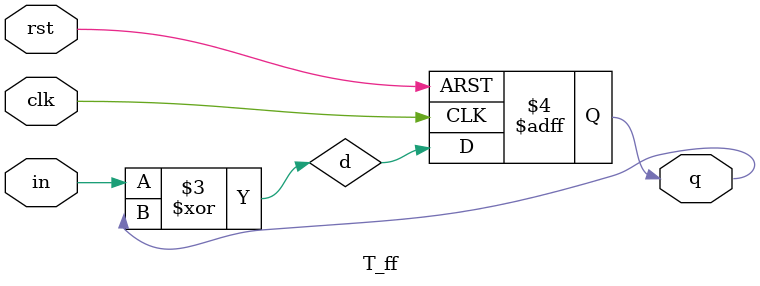
<source format=v>
module T_ff (
    output reg q,
    input wire in,
    input wire rst,
    input wire clk
);

wire d;

always @(posedge clk or negedge rst) begin
    if (!rst) begin
        q <= 'd0;
    end
    else begin
        q <= d;
    end
end

assign d = in ^ q;

endmodule
</source>
